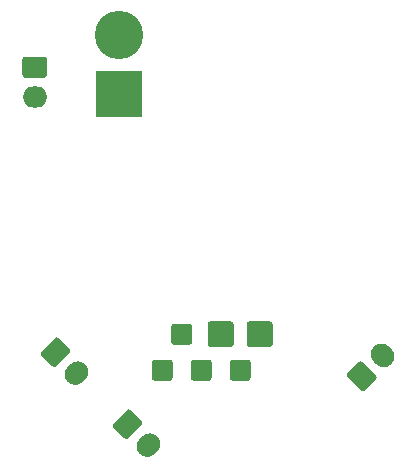
<source format=gbr>
G04 #@! TF.GenerationSoftware,KiCad,Pcbnew,(5.1.6)-1*
G04 #@! TF.CreationDate,2020-11-03T23:41:07+03:00*
G04 #@! TF.ProjectId,UlTi_head_connector,556c5469-5f68-4656-9164-5f636f6e6e65,rev?*
G04 #@! TF.SameCoordinates,Original*
G04 #@! TF.FileFunction,Soldermask,Bot*
G04 #@! TF.FilePolarity,Negative*
%FSLAX46Y46*%
G04 Gerber Fmt 4.6, Leading zero omitted, Abs format (unit mm)*
G04 Created by KiCad (PCBNEW (5.1.6)-1) date 2020-11-03 23:41:07*
%MOMM*%
%LPD*%
G01*
G04 APERTURE LIST*
%ADD10O,2.100000X1.800000*%
%ADD11C,4.100000*%
%ADD12R,3.900000X3.900000*%
G04 APERTURE END LIST*
G36*
G01*
X122598000Y-67132095D02*
X122598000Y-65455905D01*
G75*
G02*
X122859905Y-65194000I261905J0D01*
G01*
X124536095Y-65194000D01*
G75*
G02*
X124798000Y-65455905I0J-261905D01*
G01*
X124798000Y-67132095D01*
G75*
G02*
X124536095Y-67394000I-261905J0D01*
G01*
X122859905Y-67394000D01*
G75*
G02*
X122598000Y-67132095I0J261905D01*
G01*
G37*
G36*
G01*
X119296000Y-67132095D02*
X119296000Y-65455905D01*
G75*
G02*
X119557905Y-65194000I261905J0D01*
G01*
X121234095Y-65194000D01*
G75*
G02*
X121496000Y-65455905I0J-261905D01*
G01*
X121496000Y-67132095D01*
G75*
G02*
X121234095Y-67394000I-261905J0D01*
G01*
X119557905Y-67394000D01*
G75*
G02*
X119296000Y-67132095I0J261905D01*
G01*
G37*
G36*
G01*
X113547305Y-75151437D02*
X113759437Y-74939305D01*
G75*
G02*
X115032229Y-74939305I636396J-636396D01*
G01*
X115032229Y-74939305D01*
G75*
G02*
X115032229Y-76212097I-636396J-636396D01*
G01*
X114820097Y-76424229D01*
G75*
G02*
X113547305Y-76424229I-636396J636396D01*
G01*
X113547305Y-76424229D01*
G75*
G02*
X113547305Y-75151437I636396J636396D01*
G01*
G37*
G36*
G01*
X111330317Y-73832891D02*
X112440891Y-72722318D01*
G75*
G02*
X112815241Y-72722318I187175J-187175D01*
G01*
X113713682Y-73620759D01*
G75*
G02*
X113713682Y-73995109I-187175J-187175D01*
G01*
X112603109Y-75105682D01*
G75*
G02*
X112228759Y-75105682I-187175J187175D01*
G01*
X111330318Y-74207241D01*
G75*
G02*
X111330318Y-73832891I187175J187175D01*
G01*
G37*
D10*
X104648000Y-46188000D03*
G36*
G01*
X103862706Y-42788000D02*
X105433294Y-42788000D01*
G75*
G02*
X105698000Y-43052706I0J-264706D01*
G01*
X105698000Y-44323294D01*
G75*
G02*
X105433294Y-44588000I-264706J0D01*
G01*
X103862706Y-44588000D01*
G75*
G02*
X103598000Y-44323294I0J264706D01*
G01*
X103598000Y-43052706D01*
G75*
G02*
X103862706Y-42788000I264706J0D01*
G01*
G37*
G36*
G01*
X133571437Y-68824695D02*
X133359305Y-68612563D01*
G75*
G02*
X133359305Y-67339771I636396J636396D01*
G01*
X133359305Y-67339771D01*
G75*
G02*
X134632097Y-67339771I636396J-636396D01*
G01*
X134844229Y-67551903D01*
G75*
G02*
X134844229Y-68824695I-636396J-636396D01*
G01*
X134844229Y-68824695D01*
G75*
G02*
X133571437Y-68824695I-636396J636396D01*
G01*
G37*
G36*
G01*
X132252891Y-71041683D02*
X131142318Y-69931109D01*
G75*
G02*
X131142318Y-69556759I187175J187175D01*
G01*
X132040759Y-68658318D01*
G75*
G02*
X132415109Y-68658318I187175J-187175D01*
G01*
X133525682Y-69768891D01*
G75*
G02*
X133525682Y-70143241I-187175J-187175D01*
G01*
X132627241Y-71041682D01*
G75*
G02*
X132252891Y-71041682I-187175J187175D01*
G01*
G37*
G36*
G01*
X107451305Y-69055437D02*
X107663437Y-68843305D01*
G75*
G02*
X108936229Y-68843305I636396J-636396D01*
G01*
X108936229Y-68843305D01*
G75*
G02*
X108936229Y-70116097I-636396J-636396D01*
G01*
X108724097Y-70328229D01*
G75*
G02*
X107451305Y-70328229I-636396J636396D01*
G01*
X107451305Y-70328229D01*
G75*
G02*
X107451305Y-69055437I636396J636396D01*
G01*
G37*
G36*
G01*
X105234317Y-67736891D02*
X106344891Y-66626318D01*
G75*
G02*
X106719241Y-66626318I187175J-187175D01*
G01*
X107617682Y-67524759D01*
G75*
G02*
X107617682Y-67899109I-187175J-187175D01*
G01*
X106507109Y-69009682D01*
G75*
G02*
X106132759Y-69009682I-187175J187175D01*
G01*
X105234318Y-68111241D01*
G75*
G02*
X105234318Y-67736891I187175J187175D01*
G01*
G37*
D11*
X111760000Y-40974000D03*
D12*
X111760000Y-45974000D03*
G36*
G01*
X114543000Y-69977294D02*
X114543000Y-68706706D01*
G75*
G02*
X114807706Y-68442000I264706J0D01*
G01*
X116078294Y-68442000D01*
G75*
G02*
X116343000Y-68706706I0J-264706D01*
G01*
X116343000Y-69977294D01*
G75*
G02*
X116078294Y-70242000I-264706J0D01*
G01*
X114807706Y-70242000D01*
G75*
G02*
X114543000Y-69977294I0J264706D01*
G01*
G37*
G36*
G01*
X116194000Y-66929294D02*
X116194000Y-65658706D01*
G75*
G02*
X116458706Y-65394000I264706J0D01*
G01*
X117729294Y-65394000D01*
G75*
G02*
X117994000Y-65658706I0J-264706D01*
G01*
X117994000Y-66929294D01*
G75*
G02*
X117729294Y-67194000I-264706J0D01*
G01*
X116458706Y-67194000D01*
G75*
G02*
X116194000Y-66929294I0J264706D01*
G01*
G37*
G36*
G01*
X121147000Y-69977294D02*
X121147000Y-68706706D01*
G75*
G02*
X121411706Y-68442000I264706J0D01*
G01*
X122682294Y-68442000D01*
G75*
G02*
X122947000Y-68706706I0J-264706D01*
G01*
X122947000Y-69977294D01*
G75*
G02*
X122682294Y-70242000I-264706J0D01*
G01*
X121411706Y-70242000D01*
G75*
G02*
X121147000Y-69977294I0J264706D01*
G01*
G37*
G36*
G01*
X117845000Y-69977294D02*
X117845000Y-68706706D01*
G75*
G02*
X118109706Y-68442000I264706J0D01*
G01*
X119380294Y-68442000D01*
G75*
G02*
X119645000Y-68706706I0J-264706D01*
G01*
X119645000Y-69977294D01*
G75*
G02*
X119380294Y-70242000I-264706J0D01*
G01*
X118109706Y-70242000D01*
G75*
G02*
X117845000Y-69977294I0J264706D01*
G01*
G37*
M02*

</source>
